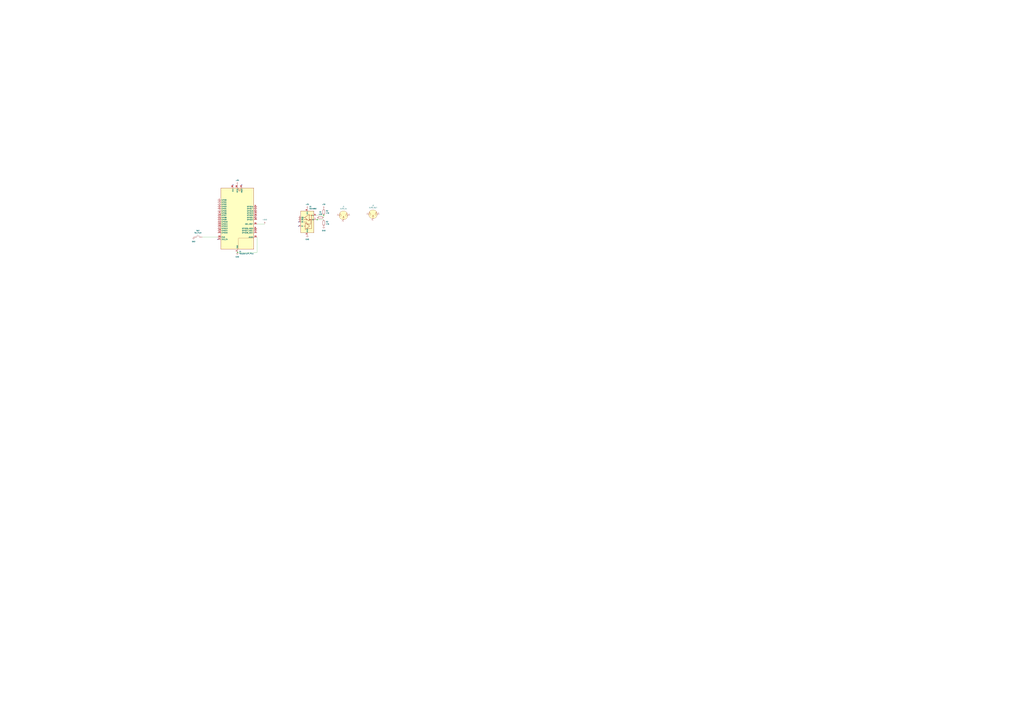
<source format=kicad_sch>
(kicad_sch (version 20231120) (generator "eeschema") (generator_version "8.0")
  (paper "A0")
  (lib_symbols
    (symbol "Connector_Audio:XLR3" (pin_names hide)
      (property "Reference" "J" (at 0 8.89 0))
      (property "Value" "XLR3" (at 0 6.35 0))
      (symbol "XLR3_0_1"
        (circle (center -3.556 0) (radius 1.016))
        (circle (center 0 -3.556) (radius 1.016))
        (polyline (pts (xy -5.08 0) (xy -4.572 0)))
        (polyline (pts (xy 0 -5.08) (xy 0 -4.572)))
        (polyline (pts (xy 5.08 0) (xy 4.572 0)))
        (circle (center 0 0) (radius 5.08) (fill (type background)))
        (circle (center 3.556 0) (radius 1.016))
        (text "1" (at -3.556 1.778 0) (effects (font (size 1.016 1.016) (bold yes))))
        (text "2" (at 3.556 1.778 0) (effects (font (size 1.016 1.016) (bold yes))))
        (text "3" (at 0 -1.778 0) (effects (font (size 1.016 1.016) (bold yes))))
        (pin passive line (at -7.62 0 0) (length 2.54) (name "~") (number "1"))
        (pin passive line (at 7.62 0 180) (length 2.54) (name "~") (number "2"))
        (pin passive line (at 0 -7.62 90) (length 2.54) (name "~") (number "3"))
      )
    )
    (symbol "Device:R" (pin_numbers hide) (pin_names (offset 0))
      (property "Reference" "R" (at 2.032 0 90))
      (property "Value" "R" (at 0 0 90))
      (symbol "R_0_1"
        (rectangle (start -1.016 -2.54) (end 1.016 2.54) (stroke (width 0.254)))
      )
      (symbol "R_1_1"
        (pin passive line (at 0 3.81 270) (length 1.27) (name "~") (number "1"))
        (pin passive line (at 0 -3.81 90) (length 1.27) (name "~") (number "2"))
      )
    )
    (symbol "Interface_UART:MAX485E"
      (property "Reference" "U" (at -6.985 13.97 0))
      (property "Value" "MAX485E" (at 1.905 13.97 0))
      (symbol "MAX485E_0_1"
        (rectangle (start -7.62 12.7) (end 7.62 -12.7) (stroke (width 0.254)) (fill (type background)))
        (polyline (pts (xy -4.191 2.54) (xy -1.27 2.54)) (stroke (width 0.254)))
        (polyline (pts (xy -2.54 -5.08) (xy -4.191 -5.08)) (stroke (width 0.254)))
        (polyline (pts (xy -0.635 -7.62) (xy 5.08 -7.62)) (stroke (width 0.254)))
        (polyline (pts (xy 0.889 -2.54) (xy 3.81 -2.54)) (stroke (width 0.254)))
        (polyline (pts (xy 2.032 7.62) (xy 5.715 7.62)) (stroke (width 0.254)))
        (polyline (pts (xy 3.048 2.54) (xy 5.715 2.54)) (stroke (width 0.254)))
        (polyline (pts (xy 3.81 -2.54) (xy 3.81 2.54)) (stroke (width 0.254)))
        (polyline (pts (xy 5.08 -7.62) (xy 5.08 7.62)) (stroke (width 0.254)))
        (polyline (pts (xy -4.191 0) (xy -0.889 0) (xy -0.889 -2.286)) (stroke (width 0.254)))
        (polyline (pts (xy -3.175 5.08) (xy -4.191 5.08) (xy -4.064 5.08)) (stroke (width 0.254)))
        (polyline (pts (xy -2.413 -5.08) (xy -2.413 -1.27) (xy 2.667 -4.826) (xy -2.413 -8.89) (xy -2.413 -5.08)) (stroke (width 0.254)))
        (circle (center 0.381 -2.54) (radius 0.508) (stroke (width 0.254)))
        (circle (center 3.81 2.54) (radius 0.2794) (stroke (width 0.254)) (fill (type outline)))
      )
      (symbol "MAX485E_1_1"
        (circle (center -0.762 2.54) (radius 0.508) (stroke (width 0.254)))
        (polyline (pts (xy 2.032 4.826) (xy 2.032 8.636) (xy -3.048 5.08) (xy 2.032 1.016) (xy 2.032 4.826)) (stroke (width 0.254)))
        (circle (center 2.54 2.54) (radius 0.508) (stroke (width 0.254)))
        (circle (center 5.08 7.62) (radius 0.2794) (stroke (width 0.254)) (fill (type outline)))
        (pin output line (at -10.16 5.08 0) (length 2.54) (name "RO") (number "1"))
        (pin input line (at -10.16 2.54 0) (length 2.54) (name "~{RE}") (number "2"))
        (pin input line (at -10.16 0 0) (length 2.54) (name "DE") (number "3"))
        (pin input line (at -10.16 -5.08 0) (length 2.54) (name "DI") (number "4"))
        (pin power_in line (at 0 -15.24 90) (length 2.54) (name "GND") (number "5"))
        (pin bidirectional line (at 10.16 7.62 180) (length 2.54) (name "A") (number "6"))
        (pin bidirectional line (at 10.16 2.54 180) (length 2.54) (name "B") (number "7"))
        (pin power_in line (at 0 15.24 270) (length 2.54) (name "VCC") (number "8"))
      )
    )
    (symbol "MCU_Module_RaspberryPi_Pico:RaspberryPi_Pico" (pin_names (offset 0.762))
      (property "Reference" "A" (at -19.05 38.1 0))
      (property "Value" "RaspberryPi_Pico" (at 7.62 38.1 0))
      (symbol "RaspberryPi_Pico_0_1"
        (rectangle (start -19.05 36.83) (end 19.05 -34.29) (stroke (width 0.254)) (fill (type background)))
        (polyline (pts (xy 0 36.83) (xy 1.27 36.195) (xy 1.27 34.29) (xy 1.905 34.29)))
        (polyline (pts (xy 1.905 34.29) (xy 3.175 35.56) (xy 3.175 33.02) (xy 1.905 34.29)))
        (polyline (pts (xy 5.08 36.83) (xy 3.81 36.195) (xy 3.81 34.29) (xy 3.175 34.29)))
        (polyline (pts (xy 0 -34.29) (xy 1.27 -33.655) (xy 1.27 -21.59) (xy 18.415 -21.59) (xy 19.05 -20.32)))
        (polyline (pts (xy 1.651 35.306) (xy 1.651 35.56) (xy 1.905 35.56) (xy 1.905 33.02) (xy 2.159 33.02) (xy 2.159 33.274)))
      )
      (symbol "RaspberryPi_Pico_1_1"
        (pin bidirectional line (at -22.86 22.86 0) (length 3.81) (name "GPIO0") (number "1"))
        (pin bidirectional line (at -22.86 5.08 0) (length 3.81) (name "GPIO7") (number "10"))
        (pin bidirectional line (at -22.86 2.54 0) (length 3.81) (name "GPIO8") (number "11"))
        (pin bidirectional line (at -22.86 0 0) (length 3.81) (name "GPIO9") (number "12"))
        (pin passive line (at 0 -38.1 90) (length 3.81) hide (name "GND") (number "13"))
        (pin bidirectional line (at -22.86 -2.54 0) (length 3.81) (name "GPIO10") (number "14"))
        (pin bidirectional line (at -22.86 -5.08 0) (length 3.81) (name "GPIO11") (number "15"))
        (pin bidirectional line (at -22.86 -7.62 0) (length 3.81) (name "GPIO12") (number "16"))
        (pin bidirectional line (at -22.86 -10.16 0) (length 3.81) (name "GPIO13") (number "17"))
        (pin passive line (at 0 -38.1 90) (length 3.81) hide (name "GND") (number "18"))
        (pin bidirectional line (at -22.86 -12.7 0) (length 3.81) (name "GPIO14") (number "19"))
        (pin bidirectional line (at -22.86 20.32 0) (length 3.81) (name "GPIO1") (number "2"))
        (pin bidirectional line (at -22.86 -15.24 0) (length 3.81) (name "GPIO15") (number "20"))
        (pin bidirectional line (at 22.86 15.24 180) (length 3.81) (name "GPIO16") (number "21"))
        (pin bidirectional line (at 22.86 12.7 180) (length 3.81) (name "GPIO17") (number "22"))
        (pin passive line (at 0 -38.1 90) (length 3.81) hide (name "GND") (number "23"))
        (pin bidirectional line (at 22.86 10.16 180) (length 3.81) (name "GPIO18") (number "24"))
        (pin bidirectional line (at 22.86 7.62 180) (length 3.81) (name "GPIO19") (number "25"))
        (pin bidirectional line (at 22.86 5.08 180) (length 3.81) (name "GPIO20") (number "26"))
        (pin bidirectional line (at 22.86 2.54 180) (length 3.81) (name "GPIO21") (number "27"))
        (pin passive line (at 0 -38.1 90) (length 3.81) hide (name "GND") (number "28"))
        (pin bidirectional line (at 22.86 0 180) (length 3.81) (name "GPIO22") (number "29"))
        (pin power_out line (at 0 -38.1 90) (length 3.81) (name "GND") (number "3"))
        (pin input line (at -22.86 -20.32 0) (length 3.81) (name "RUN") (number "30"))
        (pin bidirectional line (at 22.86 -10.16 180) (length 3.81) (name "GPIO26_ADC0") (number "31"))
        (pin bidirectional line (at 22.86 -12.7 180) (length 3.81) (name "GPIO27_ADC1") (number "32"))
        (pin power_out line (at 22.86 -20.32 180) (length 3.81) (name "AGND") (number "33"))
        (pin bidirectional line (at 22.86 -15.24 180) (length 3.81) (name "GPIO28_ADC2") (number "34"))
        (pin power_in line (at 22.86 -5.08 180) (length 3.81) (name "ADC_VREF") (number "35"))
        (pin power_out line (at -5.08 40.64 270) (length 3.81) (name "3V3") (number "36"))
        (pin input line (at -22.86 -22.86 0) (length 3.81) (name "3V3_EN") (number "37"))
        (pin passive line (at 0 -38.1 90) (length 3.81) hide (name "GND") (number "38"))
        (pin power_in line (at 0 40.64 270) (length 3.81) (name "VSYS") (number "39"))
        (pin bidirectional line (at -22.86 17.78 0) (length 3.81) (name "GPIO2") (number "4"))
        (pin power_out line (at 5.08 40.64 270) (length 3.81) (name "VBUS") (number "40"))
        (pin bidirectional line (at -22.86 15.24 0) (length 3.81) (name "GPIO3") (number "5"))
        (pin bidirectional line (at -22.86 12.7 0) (length 3.81) (name "GPIO4") (number "6"))
        (pin bidirectional line (at -22.86 10.16 0) (length 3.81) (name "GPIO5") (number "7"))
        (pin passive line (at 0 -38.1 90) (length 3.81) hide (name "GND") (number "8"))
        (pin bidirectional line (at -22.86 7.62 0) (length 3.81) (name "GPIO6") (number "9"))
      )
    )
    (symbol "Switch:SW_Push" (pin_numbers hide) (pin_names (offset 1.016) hide)
      (property "Reference" "SW" (at 1.27 2.54 0))
      (property "Value" "SW_Push" (at 0 -1.524 0))
      (symbol "SW_Push_0_1"
        (circle (center -2.032 0) (radius 0.508))
        (polyline (pts (xy 0 1.27) (xy 0 3.048)))
        (polyline (pts (xy 2.54 1.27) (xy -2.54 1.27)))
        (circle (center 2.032 0) (radius 0.508))
        (pin passive line (at -5.08 0 0) (length 2.54) (name "1") (number "1"))
        (pin passive line (at 5.08 0 180) (length 2.54) (name "2") (number "2"))
      )
    )
    (symbol "power:+3V3" (power) (pin_numbers hide) (pin_names (offset 0) hide)
      (property "Value" "+3V3" (at 0 3.556 0))
      (symbol "+3V3_0_1"
        (polyline (pts (xy -0.762 1.27) (xy 0 2.54)))
        (polyline (pts (xy 0 0) (xy 0 2.54)))
        (polyline (pts (xy 0 2.54) (xy 0.762 1.27)))
      )
      (symbol "+3V3_1_1"
        (pin power_in line (at 0 0 90) (length 0) (name "~") (number "1"))
      )
    )
    (symbol "power:+5V" (power) (pin_numbers hide) (pin_names (offset 0) hide)
      (property "Value" "+5V" (at 0 3.556 0))
      (symbol "+5V_0_1"
        (polyline (pts (xy -0.762 1.27) (xy 0 2.54)))
        (polyline (pts (xy 0 0) (xy 0 2.54)))
        (polyline (pts (xy 0 2.54) (xy 0.762 1.27)))
      )
      (symbol "+5V_1_1"
        (pin power_in line (at 0 0 90) (length 0) (name "~") (number "1"))
      )
    )
    (symbol "power:GND" (power) (pin_numbers hide) (pin_names (offset 0) hide)
      (property "Value" "GND" (at 0 -3.81 0))
      (symbol "GND_0_1"
        (polyline (pts (xy 0 0) (xy 0 -1.27) (xy 1.27 -1.27) (xy 0 -2.54) (xy -1.27 -1.27) (xy 0 -1.27)))
      )
      (symbol "GND_1_1"
        (pin power_in line (at 0 0 270) (length 0) (name "~") (number "1"))
      )
    )
  )
  (junction (at 375.92 250.19))
  (junction (at 275.59 293.37))
  (junction (at 368.3 255.27))
  (no_connect (at 346.71 257.81))
  (no_connect (at 270.51 214.63))
  (no_connect (at 252.73 278.13))
  (no_connect (at 280.67 214.63))
  (no_connect (at 346.71 262.89))
  (wire (pts (xy 367.03 255.27) (xy 368.3 255.27)))
  (wire (pts (xy 234.95 275.59) (xy 252.73 275.59)))
  (wire (pts (xy 275.59 293.37) (xy 298.45 293.37)))
  (wire (pts (xy 368.3 255.27) (xy 375.92 255.27)))
  (wire (pts (xy 375.92 250.19) (xy 375.92 252.73)))
  (wire (pts (xy 368.3 255.27) (xy 368.3 252.73)))
  (wire (pts (xy 298.45 293.37) (xy 298.45 275.59)))
  (wire (pts (xy 298.45 260.35) (xy 307.34 260.35)))
  (wire (pts (xy 367.03 250.19) (xy 375.92 250.19)))
  (symbol (lib_id "Device:R") (at 375.92 246.38 0) (unit 1)
    (property "Reference" "R2" (at 378.46 245.1099 0) (effects (justify left)))
    (property "Value" "470" (at 378.46 247.6499 0) (effects (justify left)))
    (property "Description" "Resistor" (effects (hide yes)))
  )
  (symbol (lib_id "Device:R") (at 372.11 252.73 90) (unit 1)
    (property "Reference" "R1" (at 372.11 246.38 90))
    (property "Value" "120" (at 372.11 248.92 90))
    (property "Description" "Resistor" (effects (hide yes)))
  )
  (symbol (lib_id "Interface_UART:MAX485E") (at 356.87 257.81 0) (unit 1)
    (property "Reference" "U1" (at 359.0641 240.03 0) (effects (justify left)))
    (property "Value" "MAX485E" (at 359.0641 242.57 0) (effects (justify left)))
    (property "Footprint" "Package_SO:SOIC-8_3.9x4.9mm_P1.27mm" (effects (hide yes)))
    (property "Datasheet" "https://datasheets.maximintegrated.com/en/ds/MAX1487E-MAX491E.pdf" (effects (hide yes)))
    (property "Description" "Half duplex RS-485/RS-422, 2.5 Mbps, ±15kV electro-static discharge (ESD) protection, no slew-rate, no low-power shutdown, with receiver/driver enable, 32 receiver drive capability, DIP-8 and SOIC-8" (effects (hide yes)))
  )
  (symbol (lib_id "power:GND") (at 224.79 275.59 0) (unit 1)
    (property "Reference" "#PWR010" (effects (hide yes)))
    (property "Value" "GND" (at 224.79 280.67 0))
    (property "Description" "Power symbol creates a global label with name \"GND\" , ground" (effects (hide yes)))
  )
  (symbol (lib_id "Connector_Audio:XLR3") (at 398.78 250.19 0) (unit 1)
    (property "Reference" "J1" (at 398.78 240.03 0))
    (property "Value" "XLR3_IN" (at 398.78 242.57 0))
    (property "Description" "XLR Connector, Male or Female, 3 Pins" (effects (hide yes)))
  )
  (symbol (lib_id "MCU_Module_RaspberryPi_Pico:RaspberryPi_Pico") (at 275.59 255.27 0) (unit 1)
    (property "Reference" "A1" (at 277.7841 292.1 0) (effects (justify left)))
    (property "Value" "RaspberryPi_Pico" (at 277.7841 294.64 0) (effects (justify left)))
    (property "Footprint" "Module_RaspberryPi_Pico:RaspberryPi_Pico_Common_SMD" (effects (hide yes)))
    (property "Datasheet" "https://datasheets.raspberrypi.com/pico/pico-datasheet.pdf" (effects (hide yes)))
    (property "Description" "Versatile and inexpensive microcontroller module powered by RP2040 dual-core Arm Cortex-M0+ processor up to 133 MHz, 264kB SRAM, 2MB QSPI flash" (effects (hide yes)))
  )
  (symbol (lib_id "power:GND") (at 275.59 293.37 0) (mirror y) (unit 1)
    (property "Reference" "#PWR07" (effects (hide yes)))
    (property "Value" "GND" (at 275.59 298.45 0))
    (property "Description" "Power symbol creates a global label with name \"GND\" , ground" (effects (hide yes)))
  )
  (symbol (lib_id "Switch:SW_Push") (at 229.87 275.59 0) (unit 1)
    (property "Reference" "SW1" (at 229.87 267.97 0))
    (property "Value" "SW_Push" (at 229.87 270.51 0))
    (property "Description" "Push button switch, generic, two pins" (effects (hide yes)))
  )
  (symbol (lib_id "power:+5V") (at 275.59 214.63 0) (unit 1)
    (property "Reference" "#PWR09" (effects (hide yes)))
    (property "Value" "+5V" (at 275.59 209.55 0))
    (property "Description" "Power symbol creates a global label with name \"+5V\"" (effects (hide yes)))
  )
  (symbol (lib_id "Device:R") (at 375.92 259.08 0) (unit 1)
    (property "Reference" "R3" (at 378.46 257.8099 0) (effects (justify left)))
    (property "Value" "470" (at 378.46 260.3499 0) (effects (justify left)))
    (property "Description" "Resistor" (effects (hide yes)))
  )
  (symbol (lib_id "Connector_Audio:XLR3") (at 433.07 248.92 0) (unit 1)
    (property "Reference" "J2" (at 433.07 238.76 0))
    (property "Value" "XLR3_OUT" (at 433.07 241.3 0))
    (property "Description" "XLR Connector, Male or Female, 3 Pins" (effects (hide yes)))
  )
  (symbol (lib_id "power:+5V") (at 356.87 242.57 0) (unit 1)
    (property "Reference" "#PWR03" (effects (hide yes)))
    (property "Value" "+5V" (at 356.87 237.49 0))
    (property "Description" "Power symbol creates a global label with name \"+5V\"" (effects (hide yes)))
  )
  (symbol (lib_id "power:GND") (at 375.92 262.89 0) (unit 1)
    (property "Reference" "#PWR04" (effects (hide yes)))
    (property "Value" "GND" (at 375.92 267.97 0))
    (property "Description" "Power symbol creates a global label with name \"GND\" , ground" (effects (hide yes)))
  )
  (symbol (lib_id "power:+3V3") (at 307.34 260.35 0) (unit 1)
    (property "Reference" "#PWR08" (effects (hide yes)))
    (property "Value" "+3V3" (at 307.34 255.27 0))
    (property "Description" "Power symbol creates a global label with name \"+3V3\"" (effects (hide yes)))
  )
  (symbol (lib_id "power:+5V") (at 375.92 242.57 0) (unit 1)
    (property "Reference" "#PWR02" (effects (hide yes)))
    (property "Value" "+5V" (at 375.92 237.49 0))
    (property "Description" "Power symbol creates a global label with name \"+5V\"" (effects (hide yes)))
  )
  (symbol (lib_id "power:GND") (at 356.87 273.05 0) (unit 1)
    (property "Reference" "#PWR01" (effects (hide yes)))
    (property "Value" "GND" (at 356.87 278.13 0))
    (property "Description" "Power symbol creates a global label with name \"GND\" , ground" (effects (hide yes)))
  )
)
</source>
